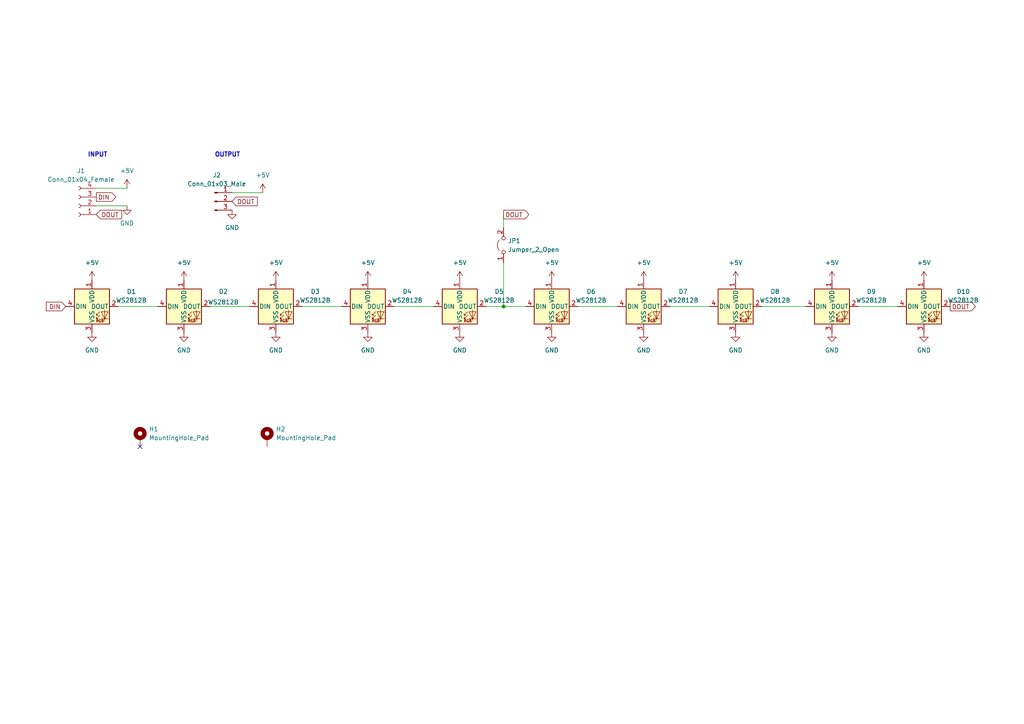
<source format=kicad_sch>
(kicad_sch (version 20211123) (generator eeschema)
  (paper "A4")
  (lib_symbols
    (symbol "Connector:Conn_01x03_Male" (pin_names (offset 1.016) hide)
      (property "Reference" "J" (at 0 5.08 0))
      (property "Value" "Conn_01x03_Male" (at 0 -5.08 0))
      (symbol "Conn_01x03_Male_1_1"
        (polyline (pts (xy 1.27 -2.54) (xy 0.8636 -2.54)) (stroke (width 0.1524)))
        (polyline (pts (xy 1.27 0) (xy 0.8636 0)) (stroke (width 0.1524)))
        (polyline (pts (xy 1.27 2.54) (xy 0.8636 2.54)) (stroke (width 0.1524)))
        (rectangle (start 0.8636 -2.413) (end 0 -2.667) (stroke (width 0.1524)) (fill (type outline)))
        (rectangle (start 0.8636 0.127) (end 0 -0.127) (stroke (width 0.1524)) (fill (type outline)))
        (rectangle (start 0.8636 2.667) (end 0 2.413) (stroke (width 0.1524)) (fill (type outline)))
        (pin passive line (at 5.08 2.54 180) (length 3.81) (name "Pin_1") (number "1"))
        (pin passive line (at 5.08 0 180) (length 3.81) (name "Pin_2") (number "2"))
        (pin passive line (at 5.08 -2.54 180) (length 3.81) (name "Pin_3") (number "3"))
      )
    )
    (symbol "Connector:Conn_01x04_Female" (pin_names (offset 1.016) hide)
      (property "Reference" "J" (at 0 5.08 0))
      (property "Value" "Conn_01x04_Female" (at 0 -7.62 0))
      (symbol "Conn_01x04_Female_1_1"
        (arc (start 0 -4.572) (mid -0.508 -5.08) (end 0 -5.588) (stroke (width 0.1524)))
        (arc (start 0 -2.032) (mid -0.508 -2.54) (end 0 -3.048) (stroke (width 0.1524)))
        (polyline (pts (xy -1.27 -5.08) (xy -0.508 -5.08)) (stroke (width 0.1524)))
        (polyline (pts (xy -1.27 -2.54) (xy -0.508 -2.54)) (stroke (width 0.1524)))
        (polyline (pts (xy -1.27 0) (xy -0.508 0)) (stroke (width 0.1524)))
        (polyline (pts (xy -1.27 2.54) (xy -0.508 2.54)) (stroke (width 0.1524)))
        (arc (start 0 0.508) (mid -0.508 0) (end 0 -0.508) (stroke (width 0.1524)))
        (arc (start 0 3.048) (mid -0.508 2.54) (end 0 2.032) (stroke (width 0.1524)))
        (pin passive line (at -5.08 2.54 0) (length 3.81) (name "Pin_1") (number "1"))
        (pin passive line (at -5.08 0 0) (length 3.81) (name "Pin_2") (number "2"))
        (pin passive line (at -5.08 -2.54 0) (length 3.81) (name "Pin_3") (number "3"))
        (pin passive line (at -5.08 -5.08 0) (length 3.81) (name "Pin_4") (number "4"))
      )
    )
    (symbol "Jumper:Jumper_2_Open" (pin_names (offset 0) hide)
      (property "Reference" "JP" (at 0 2.794 0))
      (property "Value" "Jumper_2_Open" (at 0 -2.286 0))
      (symbol "Jumper_2_Open_0_0"
        (circle (center -2.032 0) (radius 0.508))
        (circle (center 2.032 0) (radius 0.508))
      )
      (symbol "Jumper_2_Open_0_1"
        (arc (start 1.524 1.27) (mid 0 1.778) (end -1.524 1.27))
      )
      (symbol "Jumper_2_Open_1_1"
        (pin passive line (at -5.08 0 0) (length 2.54) (name "A") (number "1"))
        (pin passive line (at 5.08 0 180) (length 2.54) (name "B") (number "2"))
      )
    )
    (symbol "LED:WS2812B" (pin_names (offset 0.254))
      (property "Reference" "D" (at 5.08 5.715 0))
      (property "Value" "WS2812B" (at 1.27 -5.715 0))
      (symbol "WS2812B_0_0"
        (text "RGB" (at 2.286 -4.191 0) (effects (font (size 0.762 0.762))))
      )
      (symbol "WS2812B_0_1"
        (polyline (pts (xy 1.27 -3.556) (xy 1.778 -3.556)))
        (polyline (pts (xy 1.27 -2.54) (xy 1.778 -2.54)))
        (polyline (pts (xy 4.699 -3.556) (xy 2.667 -3.556)))
        (polyline (pts (xy 2.286 -2.54) (xy 1.27 -3.556) (xy 1.27 -3.048)))
        (polyline (pts (xy 2.286 -1.524) (xy 1.27 -2.54) (xy 1.27 -2.032)))
        (polyline (pts (xy 3.683 -1.016) (xy 3.683 -3.556) (xy 3.683 -4.064)))
        (polyline (pts (xy 4.699 -1.524) (xy 2.667 -1.524) (xy 3.683 -3.556) (xy 4.699 -1.524)))
        (rectangle (start 5.08 5.08) (end -5.08 -5.08) (stroke (width 0.254)) (fill (type background)))
      )
      (symbol "WS2812B_1_1"
        (pin power_in line (at 0 7.62 270) (length 2.54) (name "VDD") (number "1"))
        (pin output line (at 7.62 0 180) (length 2.54) (name "DOUT") (number "2"))
        (pin power_in line (at 0 -7.62 90) (length 2.54) (name "VSS") (number "3"))
        (pin input line (at -7.62 0 0) (length 2.54) (name "DIN") (number "4"))
      )
    )
    (symbol "Mechanical:MountingHole_Pad" (pin_numbers hide) (pin_names (offset 1.016) hide)
      (property "Reference" "H" (at 0 6.35 0))
      (property "Value" "MountingHole_Pad" (at 0 4.445 0))
      (symbol "MountingHole_Pad_0_1"
        (circle (center 0 1.27) (radius 1.27) (stroke (width 1.27)))
      )
      (symbol "MountingHole_Pad_1_1"
        (pin input line (at 0 -2.54 90) (length 2.54) (name "1") (number "1"))
      )
    )
    (symbol "power:+5V" (power) (pin_names (offset 0))
      (property "Value" "+5V" (at 0 3.556 0))
      (symbol "+5V_0_1"
        (polyline (pts (xy -0.762 1.27) (xy 0 2.54)))
        (polyline (pts (xy 0 0) (xy 0 2.54)))
        (polyline (pts (xy 0 2.54) (xy 0.762 1.27)))
      )
      (symbol "+5V_1_1"
        (pin power_in line (at 0 0 90) (length 0) hide (name "+5V") (number "1"))
      )
    )
    (symbol "power:GND" (power) (pin_names (offset 0))
      (property "Value" "GND" (at 0 -3.81 0))
      (symbol "GND_0_1"
        (polyline (pts (xy 0 0) (xy 0 -1.27) (xy 1.27 -1.27) (xy 0 -2.54) (xy -1.27 -1.27) (xy 0 -1.27)))
      )
      (symbol "GND_1_1"
        (pin power_in line (at 0 0 270) (length 0) hide (name "GND") (number "1"))
      )
    )
  )
  (junction (at 146.05 88.9))
  (no_connect (at 40.64 129.54))
  (wire (pts (xy 140.97 88.9) (xy 146.05 88.9)))
  (wire (pts (xy 60.96 88.9) (xy 72.39 88.9)))
  (wire (pts (xy 220.98 88.9) (xy 233.68 88.9)))
  (wire (pts (xy 36.83 59.69) (xy 27.94 59.69)))
  (wire (pts (xy 248.92 88.9) (xy 260.35 88.9)))
  (wire (pts (xy 194.31 88.9) (xy 205.74 88.9)))
  (wire (pts (xy 146.05 76.2) (xy 146.05 88.9)))
  (wire (pts (xy 36.83 54.61) (xy 27.94 54.61)))
  (wire (pts (xy 87.63 88.9) (xy 99.06 88.9)))
  (wire (pts (xy 114.3 88.9) (xy 125.73 88.9)))
  (wire (pts (xy 76.2 55.88) (xy 67.31 55.88)))
  (wire (pts (xy 146.05 62.23) (xy 146.05 66.04)))
  (wire (pts (xy 167.64 88.9) (xy 179.07 88.9)))
  (wire (pts (xy 146.05 88.9) (xy 152.4 88.9)))
  (wire (pts (xy 34.29 88.9) (xy 45.72 88.9)))
  (text "INPUT" (at 25.4 45.72 0) (effects (font (size 1.27 1.27) (thickness 0.254) bold) (justify left bottom)))
  (text "OUTPUT" (at 62.23 45.72 0) (effects (font (size 1.27 1.27) bold) (justify left bottom)))
  (global_label "DIN" (shape output) (at 27.94 57.15 0) (property "Intersheet References" "${INTERSHEET_REFS}" (effects hide)))
  (global_label "DOUT" (shape output) (at 275.59 88.9 0) (property "Intersheet References" "${INTERSHEET_REFS}" (effects hide)))
  (global_label "DIN" (shape input) (at 19.05 88.9 180) (property "Intersheet References" "${INTERSHEET_REFS}" (effects hide)))
  (global_label "DOUT" (shape input) (at 67.31 58.42 0) (property "Intersheet References" "${INTERSHEET_REFS}" (effects hide)))
  (global_label "DOUT" (shape input) (at 27.94 62.23 0) (property "Intersheet References" "${INTERSHEET_REFS}" (effects hide)))
  (global_label "DOUT" (shape output) (at 146.05 62.23 0) (property "Intersheet References" "${INTERSHEET_REFS}" (effects hide)))
  (symbol (lib_id "power:+5V") (at 36.83 54.61 0) (unit 1)
    (property "Reference" "#PWR0110" (effects hide))
    (property "Value" "+5V" (at 36.83 49.53 0))
  )
  (symbol (lib_id "power:GND") (at 80.01 96.52 0) (unit 1)
    (property "Reference" "#PWR0103" (effects hide))
    (property "Value" "GND" (at 80.01 101.6 0))
  )
  (symbol (lib_id "power:GND") (at 160.02 96.52 0) (unit 1)
    (property "Reference" "#PWR0116" (effects hide))
    (property "Value" "GND" (at 160.02 101.6 0))
  )
  (symbol (lib_id "LED:WS2812B") (at 186.69 88.9 0) (unit 1)
    (property "Reference" "D7" (at 198.12 84.5693 0))
    (property "Value" "WS2812B" (at 198.12 87.1093 0))
    (property "Footprint" "LED_SMD:LED_WS2812B_PLCC4_5.0x5.0mm_P3.2mm" (effects hide))
    (property "Datasheet" "https://cdn-shop.adafruit.com/datasheets/WS2812B.pdf" (effects hide))
  )
  (symbol (lib_id "LED:WS2812B") (at 106.68 88.9 0) (unit 1)
    (property "Reference" "D4" (at 118.11 84.5693 0))
    (property "Value" "WS2812B" (at 118.11 87.1093 0))
    (property "Footprint" "LED_SMD:LED_WS2812B_PLCC4_5.0x5.0mm_P3.2mm" (effects hide))
    (property "Datasheet" "https://cdn-shop.adafruit.com/datasheets/WS2812B.pdf" (effects hide))
  )
  (symbol (lib_id "LED:WS2812B") (at 53.34 88.9 0) (unit 1)
    (property "Reference" "D2" (at 64.77 84.5693 0))
    (property "Value" "WS2812B" (at 64.77 87.63 0))
    (property "Footprint" "LED_SMD:LED_WS2812B_PLCC4_5.0x5.0mm_P3.2mm" (effects hide))
    (property "Datasheet" "https://cdn-shop.adafruit.com/datasheets/WS2812B.pdf" (effects hide))
  )
  (symbol (lib_id "power:+5V") (at 76.2 55.88 0) (unit 1)
    (property "Reference" "#PWR0111" (effects hide))
    (property "Value" "+5V" (at 76.2 50.8 0))
  )
  (symbol (lib_id "LED:WS2812B") (at 241.3 88.9 0) (unit 1)
    (property "Reference" "D9" (at 252.73 84.5693 0))
    (property "Value" "WS2812B" (at 252.73 87.1093 0))
    (property "Footprint" "LED_SMD:LED_WS2812B_PLCC4_5.0x5.0mm_P3.2mm" (effects hide))
    (property "Datasheet" "https://cdn-shop.adafruit.com/datasheets/WS2812B.pdf" (effects hide))
  )
  (symbol (lib_id "Connector:Conn_01x03_Male") (at 62.23 58.42 0) (unit 1)
    (property "Reference" "J2" (at 62.865 50.8 0))
    (property "Value" "Conn_01x03_Male" (at 62.865 53.34 0))
    (property "Footprint" "Connector_PinHeader_2.54mm:PinHeader_1x03_P2.54mm_Vertical" (effects hide))
  )
  (symbol (lib_id "power:GND") (at 133.35 96.52 0) (unit 1)
    (property "Reference" "#PWR0113" (effects hide))
    (property "Value" "GND" (at 133.35 101.6 0))
  )
  (symbol (lib_id "Mechanical:MountingHole_Pad") (at 77.47 127 0) (unit 1)
    (property "Reference" "H2" (at 80.01 124.4599 0) (effects (justify left)))
    (property "Value" "MountingHole_Pad" (at 80.01 126.9999 0) (effects (justify left)))
    (property "Footprint" "MountingHole:MountingHole_3.2mm_M3_ISO7380_Pad" (effects hide))
  )
  (symbol (lib_id "power:+5V") (at 267.97 81.28 0) (unit 1)
    (property "Reference" "#PWR0124" (effects hide))
    (property "Value" "+5V" (at 267.97 76.2 0))
  )
  (symbol (lib_id "power:GND") (at 26.67 96.52 0) (unit 1)
    (property "Reference" "#PWR0102" (effects hide))
    (property "Value" "GND" (at 26.67 101.6 0))
  )
  (symbol (lib_id "LED:WS2812B") (at 133.35 88.9 0) (unit 1)
    (property "Reference" "D5" (at 144.78 84.5693 0))
    (property "Value" "WS2812B" (at 144.78 87.1093 0))
    (property "Footprint" "LED_SMD:LED_WS2812B_PLCC4_5.0x5.0mm_P3.2mm" (effects hide))
    (property "Datasheet" "https://cdn-shop.adafruit.com/datasheets/WS2812B.pdf" (effects hide))
  )
  (symbol (lib_id "power:GND") (at 186.69 96.52 0) (unit 1)
    (property "Reference" "#PWR0119" (effects hide))
    (property "Value" "GND" (at 186.69 101.6 0))
  )
  (symbol (lib_id "Jumper:Jumper_2_Open") (at 146.05 71.12 90) (unit 1)
    (property "Reference" "JP1" (at 147.32 69.8499 90) (effects (justify right)))
    (property "Value" "Jumper_2_Open" (at 147.32 72.3899 90) (effects (justify right)))
    (property "Footprint" "Jumper:SolderJumper-2_P1.3mm_Open_RoundedPad1.0x1.5mm" (effects hide))
  )
  (symbol (lib_id "LED:WS2812B") (at 80.01 88.9 0) (unit 1)
    (property "Reference" "D3" (at 91.44 84.5693 0))
    (property "Value" "WS2812B" (at 91.44 87.1093 0))
    (property "Footprint" "LED_SMD:LED_WS2812B_PLCC4_5.0x5.0mm_P3.2mm" (effects hide))
    (property "Datasheet" "https://cdn-shop.adafruit.com/datasheets/WS2812B.pdf" (effects hide))
  )
  (symbol (lib_id "power:+5V") (at 241.3 81.28 0) (unit 1)
    (property "Reference" "#PWR0122" (effects hide))
    (property "Value" "+5V" (at 241.3 76.2 0))
  )
  (symbol (lib_id "LED:WS2812B") (at 213.36 88.9 0) (unit 1)
    (property "Reference" "D8" (at 224.79 84.5693 0))
    (property "Value" "WS2812B" (at 224.79 87.1093 0))
    (property "Footprint" "LED_SMD:LED_WS2812B_PLCC4_5.0x5.0mm_P3.2mm" (effects hide))
    (property "Datasheet" "https://cdn-shop.adafruit.com/datasheets/WS2812B.pdf" (effects hide))
  )
  (symbol (lib_id "power:+5V") (at 160.02 81.28 0) (unit 1)
    (property "Reference" "#PWR0114" (effects hide))
    (property "Value" "+5V" (at 160.02 76.2 0))
  )
  (symbol (lib_id "power:+5V") (at 26.67 81.28 0) (unit 1)
    (property "Reference" "#PWR0101" (effects hide))
    (property "Value" "+5V" (at 26.67 76.2 0))
  )
  (symbol (lib_id "Connector:Conn_01x04_Female") (at 22.86 59.69 180) (unit 1)
    (property "Reference" "J1" (at 23.495 49.53 0))
    (property "Value" "Conn_01x04_Female" (at 23.495 52.07 0))
    (property "Footprint" "Connector_JST:JST_XH_B4B-XH-A_1x04_P2.50mm_Vertical" (effects hide))
  )
  (symbol (lib_id "power:GND") (at 213.36 96.52 0) (unit 1)
    (property "Reference" "#PWR0120" (effects hide))
    (property "Value" "GND" (at 213.36 101.6 0))
  )
  (symbol (lib_id "LED:WS2812B") (at 26.67 88.9 0) (unit 1)
    (property "Reference" "D1" (at 38.1 84.5693 0))
    (property "Value" "WS2812B" (at 38.1 87.1093 0))
    (property "Footprint" "LED_SMD:LED_WS2812B_PLCC4_5.0x5.0mm_P3.2mm" (effects hide))
    (property "Datasheet" "https://cdn-shop.adafruit.com/datasheets/WS2812B.pdf" (effects hide))
  )
  (symbol (lib_id "power:GND") (at 106.68 96.52 0) (unit 1)
    (property "Reference" "#PWR0106" (effects hide))
    (property "Value" "GND" (at 106.68 101.6 0))
  )
  (symbol (lib_id "LED:WS2812B") (at 267.97 88.9 0) (unit 1)
    (property "Reference" "D10" (at 279.4 84.5693 0))
    (property "Value" "WS2812B" (at 279.4 87.1093 0))
    (property "Footprint" "LED_SMD:LED_WS2812B_PLCC4_5.0x5.0mm_P3.2mm" (effects hide))
    (property "Datasheet" "https://cdn-shop.adafruit.com/datasheets/WS2812B.pdf" (effects hide))
  )
  (symbol (lib_id "power:+5V") (at 53.34 81.28 0) (unit 1)
    (property "Reference" "#PWR0107" (effects hide))
    (property "Value" "+5V" (at 53.34 76.2 0))
  )
  (symbol (lib_id "LED:WS2812B") (at 160.02 88.9 0) (unit 1)
    (property "Reference" "D6" (at 171.45 84.5693 0))
    (property "Value" "WS2812B" (at 171.45 87.1093 0))
    (property "Footprint" "LED_SMD:LED_WS2812B_PLCC4_5.0x5.0mm_P3.2mm" (effects hide))
    (property "Datasheet" "https://cdn-shop.adafruit.com/datasheets/WS2812B.pdf" (effects hide))
  )
  (symbol (lib_id "power:+5V") (at 186.69 81.28 0) (unit 1)
    (property "Reference" "#PWR0118" (effects hide))
    (property "Value" "+5V" (at 186.69 76.2 0))
  )
  (symbol (lib_id "power:+5V") (at 80.01 81.28 0) (unit 1)
    (property "Reference" "#PWR0104" (effects hide))
    (property "Value" "+5V" (at 80.01 76.2 0))
  )
  (symbol (lib_id "power:GND") (at 53.34 96.52 0) (unit 1)
    (property "Reference" "#PWR0108" (effects hide))
    (property "Value" "GND" (at 53.34 101.6 0))
  )
  (symbol (lib_id "power:GND") (at 67.31 60.96 0) (unit 1)
    (property "Reference" "#PWR0112" (effects hide))
    (property "Value" "GND" (at 67.31 66.04 0))
  )
  (symbol (lib_id "power:GND") (at 36.83 59.69 0) (unit 1)
    (property "Reference" "#PWR0109" (effects hide))
    (property "Value" "GND" (at 36.83 64.77 0))
  )
  (symbol (lib_id "power:+5V") (at 106.68 81.28 0) (unit 1)
    (property "Reference" "#PWR0105" (effects hide))
    (property "Value" "+5V" (at 106.68 76.2 0))
  )
  (symbol (lib_id "power:+5V") (at 133.35 81.28 0) (unit 1)
    (property "Reference" "#PWR0115" (effects hide))
    (property "Value" "+5V" (at 133.35 76.2 0))
  )
  (symbol (lib_id "power:GND") (at 241.3 96.52 0) (unit 1)
    (property "Reference" "#PWR0121" (effects hide))
    (property "Value" "GND" (at 241.3 101.6 0))
  )
  (symbol (lib_id "power:+5V") (at 213.36 81.28 0) (unit 1)
    (property "Reference" "#PWR0117" (effects hide))
    (property "Value" "+5V" (at 213.36 76.2 0))
  )
  (symbol (lib_id "power:GND") (at 267.97 96.52 0) (unit 1)
    (property "Reference" "#PWR0123" (effects hide))
    (property "Value" "GND" (at 267.97 101.6 0))
  )
  (symbol (lib_id "Mechanical:MountingHole_Pad") (at 40.64 127 0) (unit 1)
    (property "Reference" "H1" (at 43.18 124.4599 0) (effects (justify left)))
    (property "Value" "MountingHole_Pad" (at 43.18 126.9999 0) (effects (justify left)))
    (property "Footprint" "MountingHole:MountingHole_3.2mm_M3_ISO7380_Pad" (effects hide))
  )
)
</source>
